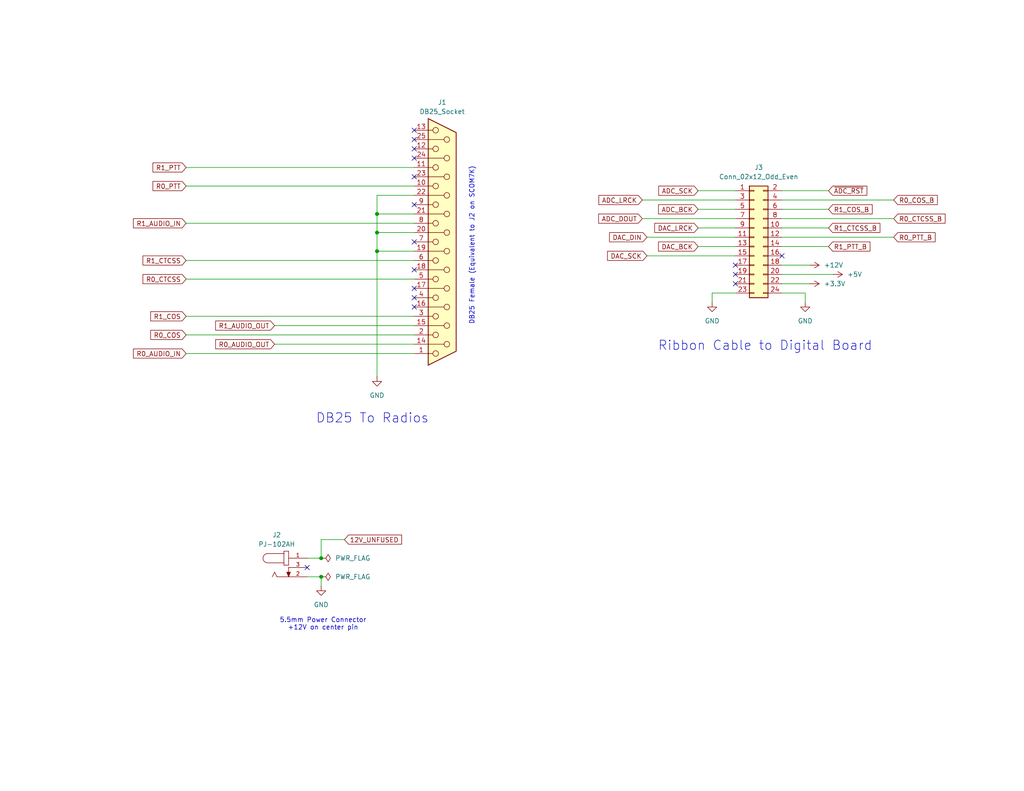
<source format=kicad_sch>
(kicad_sch (version 20250114) (generator "eeschema") (generator_version "9.0")
  (paper "USLetter")
  (title_block (title "COS/CTCSS/PTT Controls (Radio 1)") (date "2025-05-09") (rev "2") (company "Bruce MacKinnon KC1FSZ") (comment 1 "Copyright (C) Bruce MacKinnon, 2025") (comment 2 "NOT FOR COMMERCIAL USE"))
  (lib_symbols
    (symbol "Connector:DB25_Socket" (pin_names (offset 1.016) (hide yes))
      (property "Reference" "J" (at 0 34.29 0))
      (property "Value" "DB25_Socket" (at 0 -34.925 0))
      (symbol "DB25_Socket_0_1"
        (polyline (pts (xy -3.81 33.655) (xy 3.81 29.845) (xy 3.81 -29.845) (xy -3.81 -33.655) (xy -3.81 33.655)) (stroke (width 0.254)) (fill (type background)))
        (polyline (pts (xy -3.81 30.48) (xy -2.54 30.48)))
        (polyline (pts (xy -3.81 27.94) (xy 0.508 27.94)))
        (polyline (pts (xy -3.81 25.4) (xy -2.54 25.4)))
        (polyline (pts (xy -3.81 22.86) (xy 0.508 22.86)))
        (polyline (pts (xy -3.81 20.32) (xy -2.54 20.32)))
        (polyline (pts (xy -3.81 17.78) (xy 0.508 17.78)))
        (polyline (pts (xy -3.81 15.24) (xy -2.54 15.24)))
        (polyline (pts (xy -3.81 12.7) (xy 0.508 12.7)))
        (polyline (pts (xy -3.81 10.16) (xy -2.54 10.16)))
        (polyline (pts (xy -3.81 7.62) (xy 0.508 7.62)))
        (polyline (pts (xy -3.81 5.08) (xy -2.54 5.08)))
        (polyline (pts (xy -3.81 2.54) (xy 0.508 2.54)))
        (polyline (pts (xy -3.81 0) (xy -2.54 0)))
        (polyline (pts (xy -3.81 -2.54) (xy 0.508 -2.54)))
        (polyline (pts (xy -3.81 -5.08) (xy -2.54 -5.08)))
        (polyline (pts (xy -3.81 -7.62) (xy 0.508 -7.62)))
        (polyline (pts (xy -3.81 -10.16) (xy -2.54 -10.16)))
        (polyline (pts (xy -3.81 -12.7) (xy 0.508 -12.7)))
        (polyline (pts (xy -3.81 -15.24) (xy -2.54 -15.24)))
        (polyline (pts (xy -3.81 -17.78) (xy 0.508 -17.78)))
        (polyline (pts (xy -3.81 -20.32) (xy -2.54 -20.32)))
        (polyline (pts (xy -3.81 -22.86) (xy 0.508 -22.86)))
        (polyline (pts (xy -3.81 -25.4) (xy -2.54 -25.4)))
        (polyline (pts (xy -3.81 -27.94) (xy 0.508 -27.94)))
        (polyline (pts (xy -3.81 -30.48) (xy -2.54 -30.48)))
        (circle (center -1.778 30.48) (radius 0.762))
        (circle (center -1.778 25.4) (radius 0.762))
        (circle (center -1.778 20.32) (radius 0.762))
        (circle (center -1.778 15.24) (radius 0.762))
        (circle (center -1.778 10.16) (radius 0.762))
        (circle (center -1.778 5.08) (radius 0.762))
        (circle (center -1.778 0) (radius 0.762))
        (circle (center -1.778 -5.08) (radius 0.762))
        (circle (center -1.778 -10.16) (radius 0.762))
        (circle (center -1.778 -15.24) (radius 0.762))
        (circle (center -1.778 -20.32) (radius 0.762))
        (circle (center -1.778 -25.4) (radius 0.762))
        (circle (center -1.778 -30.48) (radius 0.762))
        (circle (center 1.27 27.94) (radius 0.762))
        (circle (center 1.27 22.86) (radius 0.762))
        (circle (center 1.27 17.78) (radius 0.762))
        (circle (center 1.27 12.7) (radius 0.762))
        (circle (center 1.27 7.62) (radius 0.762))
        (circle (center 1.27 2.54) (radius 0.762))
        (circle (center 1.27 -2.54) (radius 0.762))
        (circle (center 1.27 -7.62) (radius 0.762))
        (circle (center 1.27 -12.7) (radius 0.762))
        (circle (center 1.27 -17.78) (radius 0.762))
        (circle (center 1.27 -22.86) (radius 0.762))
        (circle (center 1.27 -27.94) (radius 0.762))
      )
      (symbol "DB25_Socket_1_1"
        (pin passive line (at -7.62 30.48 0) (length 3.81) (name "1") (number "1"))
        (pin passive line (at -7.62 27.94 0) (length 3.81) (name "P14") (number "14"))
        (pin passive line (at -7.62 25.4 0) (length 3.81) (name "2") (number "2"))
        (pin passive line (at -7.62 22.86 0) (length 3.81) (name "P15") (number "15"))
        (pin passive line (at -7.62 20.32 0) (length 3.81) (name "3") (number "3"))
        (pin passive line (at -7.62 17.78 0) (length 3.81) (name "P16") (number "16"))
        (pin passive line (at -7.62 15.24 0) (length 3.81) (name "4") (number "4"))
        (pin passive line (at -7.62 12.7 0) (length 3.81) (name "P17") (number "17"))
        (pin passive line (at -7.62 10.16 0) (length 3.81) (name "5") (number "5"))
        (pin passive line (at -7.62 7.62 0) (length 3.81) (name "P18") (number "18"))
        (pin passive line (at -7.62 5.08 0) (length 3.81) (name "6") (number "6"))
        (pin passive line (at -7.62 2.54 0) (length 3.81) (name "P19") (number "19"))
        (pin passive line (at -7.62 0 0) (length 3.81) (name "7") (number "7"))
        (pin passive line (at -7.62 -2.54 0) (length 3.81) (name "P20") (number "20"))
        (pin passive line (at -7.62 -5.08 0) (length 3.81) (name "8") (number "8"))
        (pin passive line (at -7.62 -7.62 0) (length 3.81) (name "P21") (number "21"))
        (pin passive line (at -7.62 -10.16 0) (length 3.81) (name "9") (number "9"))
        (pin passive line (at -7.62 -12.7 0) (length 3.81) (name "P22") (number "22"))
        (pin passive line (at -7.62 -15.24 0) (length 3.81) (name "10") (number "10"))
        (pin passive line (at -7.62 -17.78 0) (length 3.81) (name "P23") (number "23"))
        (pin passive line (at -7.62 -20.32 0) (length 3.81) (name "11") (number "11"))
        (pin passive line (at -7.62 -22.86 0) (length 3.81) (name "P24") (number "24"))
        (pin passive line (at -7.62 -25.4 0) (length 3.81) (name "12") (number "12"))
        (pin passive line (at -7.62 -27.94 0) (length 3.81) (name "P25") (number "25"))
        (pin passive line (at -7.62 -30.48 0) (length 3.81) (name "13") (number "13"))
      )
    )
    (symbol "Connector_Generic:Conn_02x12_Odd_Even" (pin_names (offset 1.016) (hide yes))
      (property "Reference" "J" (at 1.27 15.24 0))
      (property "Value" "Conn_02x12_Odd_Even" (at 1.27 -17.78 0))
      (symbol "Conn_02x12_Odd_Even_1_1"
        (rectangle (start -1.27 13.97) (end 3.81 -16.51) (stroke (width 0.254)) (fill (type background)))
        (rectangle (start -1.27 12.827) (end 0 12.573) (stroke (width 0.1524)))
        (rectangle (start -1.27 10.287) (end 0 10.033) (stroke (width 0.1524)))
        (rectangle (start -1.27 7.747) (end 0 7.493) (stroke (width 0.1524)))
        (rectangle (start -1.27 5.207) (end 0 4.953) (stroke (width 0.1524)))
        (rectangle (start -1.27 2.667) (end 0 2.413) (stroke (width 0.1524)))
        (rectangle (start -1.27 0.127) (end 0 -0.127) (stroke (width 0.1524)))
        (rectangle (start -1.27 -2.413) (end 0 -2.667) (stroke (width 0.1524)))
        (rectangle (start -1.27 -4.953) (end 0 -5.207) (stroke (width 0.1524)))
        (rectangle (start -1.27 -7.493) (end 0 -7.747) (stroke (width 0.1524)))
        (rectangle (start -1.27 -10.033) (end 0 -10.287) (stroke (width 0.1524)))
        (rectangle (start -1.27 -12.573) (end 0 -12.827) (stroke (width 0.1524)))
        (rectangle (start -1.27 -15.113) (end 0 -15.367) (stroke (width 0.1524)))
        (rectangle (start 3.81 12.827) (end 2.54 12.573) (stroke (width 0.1524)))
        (rectangle (start 3.81 10.287) (end 2.54 10.033) (stroke (width 0.1524)))
        (rectangle (start 3.81 7.747) (end 2.54 7.493) (stroke (width 0.1524)))
        (rectangle (start 3.81 5.207) (end 2.54 4.953) (stroke (width 0.1524)))
        (rectangle (start 3.81 2.667) (end 2.54 2.413) (stroke (width 0.1524)))
        (rectangle (start 3.81 0.127) (end 2.54 -0.127) (stroke (width 0.1524)))
        (rectangle (start 3.81 -2.413) (end 2.54 -2.667) (stroke (width 0.1524)))
        (rectangle (start 3.81 -4.953) (end 2.54 -5.207) (stroke (width 0.1524)))
        (rectangle (start 3.81 -7.493) (end 2.54 -7.747) (stroke (width 0.1524)))
        (rectangle (start 3.81 -10.033) (end 2.54 -10.287) (stroke (width 0.1524)))
        (rectangle (start 3.81 -12.573) (end 2.54 -12.827) (stroke (width 0.1524)))
        (rectangle (start 3.81 -15.113) (end 2.54 -15.367) (stroke (width 0.1524)))
        (pin passive line (at -5.08 12.7 0) (length 3.81) (name "Pin_1") (number "1"))
        (pin passive line (at -5.08 10.16 0) (length 3.81) (name "Pin_3") (number "3"))
        (pin passive line (at -5.08 7.62 0) (length 3.81) (name "Pin_5") (number "5"))
        (pin passive line (at -5.08 5.08 0) (length 3.81) (name "Pin_7") (number "7"))
        (pin passive line (at -5.08 2.54 0) (length 3.81) (name "Pin_9") (number "9"))
        (pin passive line (at -5.08 0 0) (length 3.81) (name "Pin_11") (number "11"))
        (pin passive line (at -5.08 -2.54 0) (length 3.81) (name "Pin_13") (number "13"))
        (pin passive line (at -5.08 -5.08 0) (length 3.81) (name "Pin_15") (number "15"))
        (pin passive line (at -5.08 -7.62 0) (length 3.81) (name "Pin_17") (number "17"))
        (pin passive line (at -5.08 -10.16 0) (length 3.81) (name "Pin_19") (number "19"))
        (pin passive line (at -5.08 -12.7 0) (length 3.81) (name "Pin_21") (number "21"))
        (pin passive line (at -5.08 -15.24 0) (length 3.81) (name "Pin_23") (number "23"))
        (pin passive line (at 7.62 12.7 180) (length 3.81) (name "Pin_2") (number "2"))
        (pin passive line (at 7.62 10.16 180) (length 3.81) (name "Pin_4") (number "4"))
        (pin passive line (at 7.62 7.62 180) (length 3.81) (name "Pin_6") (number "6"))
        (pin passive line (at 7.62 5.08 180) (length 3.81) (name "Pin_8") (number "8"))
        (pin passive line (at 7.62 2.54 180) (length 3.81) (name "Pin_10") (number "10"))
        (pin passive line (at 7.62 0 180) (length 3.81) (name "Pin_12") (number "12"))
        (pin passive line (at 7.62 -2.54 180) (length 3.81) (name "Pin_14") (number "14"))
        (pin passive line (at 7.62 -5.08 180) (length 3.81) (name "Pin_16") (number "16"))
        (pin passive line (at 7.62 -7.62 180) (length 3.81) (name "Pin_18") (number "18"))
        (pin passive line (at 7.62 -10.16 180) (length 3.81) (name "Pin_20") (number "20"))
        (pin passive line (at 7.62 -12.7 180) (length 3.81) (name "Pin_22") (number "22"))
        (pin passive line (at 7.62 -15.24 180) (length 3.81) (name "Pin_24") (number "24"))
      )
    )
    (symbol "power:+12V" (power) (pin_numbers (hide yes)) (pin_names (offset 0) (hide yes))
      (property "Value" "+12V" (at 0 3.556 0))
      (symbol "+12V_0_1"
        (polyline (pts (xy -0.762 1.27) (xy 0 2.54)))
        (polyline (pts (xy 0 2.54) (xy 0.762 1.27)))
        (polyline (pts (xy 0 0) (xy 0 2.54)))
      )
      (symbol "+12V_1_1"
        (pin power_in line (at 0 0 90) (length 0) (name "~") (number "1"))
      )
    )
    (symbol "power:+3.3V" (power) (pin_numbers (hide yes)) (pin_names (offset 0) (hide yes))
      (property "Value" "+3.3V" (at 0 3.556 0))
      (symbol "+3.3V_0_1"
        (polyline (pts (xy -0.762 1.27) (xy 0 2.54)))
        (polyline (pts (xy 0 2.54) (xy 0.762 1.27)))
        (polyline (pts (xy 0 0) (xy 0 2.54)))
      )
      (symbol "+3.3V_1_1"
        (pin power_in line (at 0 0 90) (length 0) (name "~") (number "1"))
      )
    )
    (symbol "power:+5V" (power) (pin_numbers (hide yes)) (pin_names (offset 0) (hide yes))
      (property "Value" "+5V" (at 0 3.556 0))
      (symbol "+5V_0_1"
        (polyline (pts (xy -0.762 1.27) (xy 0 2.54)))
        (polyline (pts (xy 0 2.54) (xy 0.762 1.27)))
        (polyline (pts (xy 0 0) (xy 0 2.54)))
      )
      (symbol "+5V_1_1"
        (pin power_in line (at 0 0 90) (length 0) (name "~") (number "1"))
      )
    )
    (symbol "power:GND" (power) (pin_numbers (hide yes)) (pin_names (offset 0) (hide yes))
      (property "Value" "GND" (at 0 -3.81 0))
      (symbol "GND_0_1"
        (polyline (pts (xy 0 0) (xy 0 -1.27) (xy 1.27 -1.27) (xy 0 -2.54) (xy -1.27 -1.27) (xy 0 -1.27)))
      )
      (symbol "GND_1_1"
        (pin power_in line (at 0 0 270) (length 0) (name "~") (number "1"))
      )
    )
    (symbol "power:PWR_FLAG" (power) (pin_numbers (hide yes)) (pin_names (offset 0) (hide yes))
      (property "Value" "PWR_FLAG" (at 0 3.81 0))
      (symbol "PWR_FLAG_0_0"
        (pin power_out line (at 0 0 90) (length 0) (name "~") (number "1"))
      )
      (symbol "PWR_FLAG_0_1"
        (polyline (pts (xy 0 0) (xy 0 1.27) (xy -1.016 1.905) (xy 0 2.54) (xy 1.016 1.905) (xy 0 1.27)))
      )
    )
    (symbol "symbol-library-1:Power_5.5mm_PJ-102AH" (pin_names (offset 1.016))
      (property "Reference" "J" (at -7.6258 5.0838 0))
      (property "Value" "PJ-102AH" (at -7.6296 -5.0864 0))
      (symbol "Power_5.5mm_PJ-102AH_0_0"
        (polyline (pts (xy -5.715 3.81) (xy -1.27 3.81)) (stroke (width 0.1524)))
        (arc (start -5.715 1.27) (mid -6.9794 2.54) (end -5.715 3.81) (stroke (width 0.1524)))
        (polyline (pts (xy -3.81 -1.27) (xy -4.445 -2.54)) (stroke (width 0.1524)))
        (polyline (pts (xy -3.175 -2.54) (xy -3.81 -1.27)) (stroke (width 0.1524)))
        (polyline (pts (xy -1.27 4.445) (xy -1.27 3.81)) (stroke (width 0.1524)))
        (polyline (pts (xy -1.27 3.81) (xy -1.27 1.27)) (stroke (width 0.1524)))
        (polyline (pts (xy -1.27 1.27) (xy -5.715 1.27)) (stroke (width 0.1524)))
        (polyline (pts (xy -1.27 1.27) (xy -1.27 0.635)) (stroke (width 0.1524)))
        (polyline (pts (xy -1.27 0.635) (xy 0 0.635)) (stroke (width 0.1524)))
        (polyline (pts (xy 0 4.445) (xy -1.27 4.445)) (stroke (width 0.1524)))
        (polyline (pts (xy 0 0.635) (xy 0 4.445)) (stroke (width 0.1524)))
        (polyline (pts (xy 0 0) (xy 0 -2.54)) (stroke (width 0.1524)))
        (polyline (pts (xy 0 -2.54) (xy -3.175 -2.54)) (stroke (width 0.1524)))
        (polyline (pts (xy 0 -2.54) (xy -0.508 -1.27) (xy 0.508 -1.27) (xy 0 -2.54)) (stroke (width 0.1524)) (fill (type outline)))
        (pin passive line (at 5.08 2.54 180) (length 5.08) (name "~") (number "1"))
        (pin passive line (at 5.08 0 180) (length 5.08) (name "~") (number "3"))
        (pin passive line (at 5.08 -2.54 180) (length 5.08) (name "~") (number "2"))
      )
    )
  )
  (text "Ribbon Cable to Digital Board" (at 208.788 94.488 0) (effects (font (size 2.54 2.54))))
  (text "5.5mm Power Connector\n+12V on center pin" (at 88.138 170.434 0) (effects (font (size 1.27 1.27))))
  (text "DB25 Female (Equivalent to J2 on SCOM7K)" (at 128.778 67.056 90) (effects (font (size 1.27 1.27))))
  (text "DB25 To Radios" (at 101.6 114.3 0) (effects (font (size 2.54 2.54))))
  (junction (at 87.63 152.4))
  (junction (at 87.63 157.48))
  (junction (at 102.87 58.42))
  (junction (at 102.87 63.5))
  (junction (at 102.87 68.58))
  (no_connect (at 113.03 83.82))
  (no_connect (at 113.03 78.74))
  (no_connect (at 200.66 77.47))
  (no_connect (at 113.03 43.18))
  (no_connect (at 113.03 48.26))
  (no_connect (at 200.66 74.93))
  (no_connect (at 113.03 66.04))
  (no_connect (at 113.03 81.28))
  (no_connect (at 113.03 55.88))
  (no_connect (at 113.03 38.1))
  (no_connect (at 113.03 73.66))
  (no_connect (at 200.66 72.39))
  (no_connect (at 213.36 69.85))
  (no_connect (at 83.82 154.94))
  (no_connect (at 113.03 35.56))
  (no_connect (at 113.03 40.64))
  (wire (pts (xy 50.8 91.44) (xy 113.03 91.44)))
  (wire (pts (xy 213.36 67.31) (xy 226.06 67.31)))
  (wire (pts (xy 213.36 64.77) (xy 243.84 64.77)))
  (wire (pts (xy 50.8 50.8) (xy 113.03 50.8)))
  (wire (pts (xy 102.87 58.42) (xy 113.03 58.42)))
  (wire (pts (xy 175.26 59.69) (xy 200.66 59.69)))
  (wire (pts (xy 50.8 71.12) (xy 113.03 71.12)))
  (wire (pts (xy 102.87 63.5) (xy 113.03 63.5)))
  (wire (pts (xy 102.87 53.34) (xy 102.87 58.42)))
  (wire (pts (xy 190.5 52.07) (xy 200.66 52.07)))
  (wire (pts (xy 74.93 88.9) (xy 113.03 88.9)))
  (wire (pts (xy 213.36 80.01) (xy 219.71 80.01)))
  (wire (pts (xy 190.5 57.15) (xy 200.66 57.15)))
  (wire (pts (xy 102.87 68.58) (xy 102.87 102.87)))
  (wire (pts (xy 213.36 57.15) (xy 226.06 57.15)))
  (wire (pts (xy 87.63 147.32) (xy 87.63 152.4)))
  (wire (pts (xy 87.63 147.32) (xy 93.98 147.32)))
  (wire (pts (xy 219.71 80.01) (xy 219.71 82.55)))
  (wire (pts (xy 176.53 69.85) (xy 200.66 69.85)))
  (wire (pts (xy 50.8 86.36) (xy 113.03 86.36)))
  (wire (pts (xy 175.26 54.61) (xy 200.66 54.61)))
  (wire (pts (xy 213.36 77.47) (xy 220.98 77.47)))
  (wire (pts (xy 50.8 45.72) (xy 113.03 45.72)))
  (wire (pts (xy 83.82 152.4) (xy 87.63 152.4)))
  (wire (pts (xy 74.93 93.98) (xy 113.03 93.98)))
  (wire (pts (xy 83.82 157.48) (xy 87.63 157.48)))
  (wire (pts (xy 50.8 96.52) (xy 113.03 96.52)))
  (wire (pts (xy 194.31 80.01) (xy 200.66 80.01)))
  (wire (pts (xy 102.87 58.42) (xy 102.87 63.5)))
  (wire (pts (xy 190.5 62.23) (xy 200.66 62.23)))
  (wire (pts (xy 102.87 63.5) (xy 102.87 68.58)))
  (wire (pts (xy 213.36 54.61) (xy 243.84 54.61)))
  (wire (pts (xy 213.36 52.07) (xy 226.06 52.07)))
  (wire (pts (xy 50.8 76.2) (xy 113.03 76.2)))
  (wire (pts (xy 102.87 68.58) (xy 113.03 68.58)))
  (wire (pts (xy 113.03 53.34) (xy 102.87 53.34)))
  (wire (pts (xy 213.36 62.23) (xy 226.06 62.23)))
  (wire (pts (xy 194.31 80.01) (xy 194.31 82.55)))
  (wire (pts (xy 190.5 67.31) (xy 200.66 67.31)))
  (wire (pts (xy 213.36 74.93) (xy 227.33 74.93)))
  (wire (pts (xy 87.63 157.48) (xy 87.63 160.02)))
  (wire (pts (xy 176.53 64.77) (xy 200.66 64.77)))
  (wire (pts (xy 213.36 59.69) (xy 243.84 59.69)))
  (wire (pts (xy 50.8 60.96) (xy 113.03 60.96)))
  (wire (pts (xy 213.36 72.39) (xy 220.98 72.39)))
  (global_label "R1_CTCSS" (shape input) (at 50.8 71.12 180) (property "Intersheetrefs" "${INTERSHEET_REFS}" (effects (hide yes))))
  (global_label "DAC_BCK" (shape input) (at 190.5 67.31 180) (property "Intersheetrefs" "${INTERSHEET_REFS}" (effects (hide yes))))
  (global_label "R1_AUDIO_OUT" (shape input) (at 74.93 88.9 180) (property "Intersheetrefs" "${INTERSHEET_REFS}" (effects (hide yes))))
  (global_label "R0_CTCSS" (shape input) (at 50.8 76.2 180) (property "Intersheetrefs" "${INTERSHEET_REFS}" (effects (hide yes))))
  (global_label "ADC_DOUT" (shape input) (at 175.26 59.69 180) (property "Intersheetrefs" "${INTERSHEET_REFS}" (effects (hide yes))))
  (global_label "R0_PTT_B" (shape input) (at 243.84 64.77 0) (property "Intersheetrefs" "${INTERSHEET_REFS}" (effects (hide yes))))
  (global_label "R0_AUDIO_IN" (shape input) (at 50.8 96.52 180) (property "Intersheetrefs" "${INTERSHEET_REFS}" (effects (hide yes))))
  (global_label "R0_COS_B" (shape input) (at 243.84 54.61 0) (property "Intersheetrefs" "${INTERSHEET_REFS}" (effects (hide yes))))
  (global_label "R1_COS_B" (shape input) (at 226.06 57.15 0) (property "Intersheetrefs" "${INTERSHEET_REFS}" (effects (hide yes))))
  (global_label "R1_PTT_B" (shape input) (at 226.06 67.31 0) (property "Intersheetrefs" "${INTERSHEET_REFS}" (effects (hide yes))))
  (global_label "~{ADC_RST}" (shape input) (at 226.06 52.07 0) (property "Intersheetrefs" "${INTERSHEET_REFS}" (effects (hide yes))))
  (global_label "R0_PTT" (shape input) (at 50.8 50.8 180) (property "Intersheetrefs" "${INTERSHEET_REFS}" (effects (hide yes))))
  (global_label "R1_COS" (shape input) (at 50.8 86.36 180) (property "Intersheetrefs" "${INTERSHEET_REFS}" (effects (hide yes))))
  (global_label "R0_AUDIO_OUT" (shape input) (at 74.93 93.98 180) (property "Intersheetrefs" "${INTERSHEET_REFS}" (effects (hide yes))))
  (global_label "DAC_DIN" (shape input) (at 176.53 64.77 180) (property "Intersheetrefs" "${INTERSHEET_REFS}" (effects (hide yes))))
  (global_label "R1_CTCSS_B" (shape input) (at 226.06 62.23 0) (property "Intersheetrefs" "${INTERSHEET_REFS}" (effects (hide yes))))
  (global_label "DAC_SCK" (shape input) (at 176.53 69.85 180) (property "Intersheetrefs" "${INTERSHEET_REFS}" (effects (hide yes))))
  (global_label "ADC_BCK" (shape input) (at 190.5 57.15 180) (property "Intersheetrefs" "${INTERSHEET_REFS}" (effects (hide yes))))
  (global_label "R1_PTT" (shape input) (at 50.8 45.72 180) (property "Intersheetrefs" "${INTERSHEET_REFS}" (effects (hide yes))))
  (global_label "12V_UNFUSED" (shape input) (at 93.98 147.32 0) (property "Intersheetrefs" "${INTERSHEET_REFS}" (effects (hide yes))))
  (global_label "R0_COS" (shape input) (at 50.8 91.44 180) (property "Intersheetrefs" "${INTERSHEET_REFS}" (effects (hide yes))))
  (global_label "ADC_SCK" (shape input) (at 190.5 52.07 180) (property "Intersheetrefs" "${INTERSHEET_REFS}" (effects (hide yes))))
  (global_label "R0_CTCSS_B" (shape input) (at 243.84 59.69 0) (property "Intersheetrefs" "${INTERSHEET_REFS}" (effects (hide yes))))
  (global_label "ADC_LRCK" (shape input) (at 175.26 54.61 180) (property "Intersheetrefs" "${INTERSHEET_REFS}" (effects (hide yes))))
  (global_label "DAC_LRCK" (shape input) (at 190.5 62.23 180) (property "Intersheetrefs" "${INTERSHEET_REFS}" (effects (hide yes))))
  (global_label "R1_AUDIO_IN" (shape input) (at 50.8 60.96 180) (property "Intersheetrefs" "${INTERSHEET_REFS}" (effects (hide yes))))
  (symbol (lib_id "symbol-library-1:Power_5.5mm_PJ-102AH") (at 78.74 154.94 0) (unit 1)
    (property "Reference" "J2" (at 75.5043 146.05 0))
    (property "Value" "PJ-102AH" (at 75.5043 148.59 0))
    (property "Footprint" "bruce-footprints:Power_5.5mm_CUI_PJ-102AH" (effects (hide yes)))
    (property "MF" "CUI Devices" (effects (hide yes)))
    (property "Purchase-URL" "https://pricing.snapeda.com/search/part/PJ-102AH/?ref=eda" (effects (hide yes)))
    (property "Package" "None" (effects (hide yes)))
    (property "Price" "None" (effects (hide yes)))
    (property "CUI_purchase_URL" "https://www.cuidevices.com/product/interconnect/connectors/dc-power-connectors/jacks/pj-102ah?utm_source=snapeda.com&utm_medium=referral&utm_campaign=snapedaBOM" (effects (hide yes)))
    (property "MP" "PJ-102AH" (effects (hide yes)))
    (property "Availability" "In Stock" (effects (hide yes)))
    (property "Description_1" "2.0 x 6.5 mm, 5.0 A, Horizontal, Through Hole, Tapered Pins, Dc Power Jack Connector" (effects (hide yes)))
  )
  (symbol (lib_id "power:GND") (at 219.71 82.55 0) (unit 1)
    (property "Reference" "#PWR076" (effects (hide yes)))
    (property "Value" "GND" (at 219.71 87.63 0))
    (property "Description" "Power symbol creates a global label with name \"GND\" , ground" (effects (hide yes)))
  )
  (symbol (lib_id "power:+3.3V") (at 220.98 77.47 270) (unit 1)
    (property "Reference" "#PWR080" (effects (hide yes)))
    (property "Value" "+3.3V" (at 224.79 77.4699 90) (effects (justify left)))
    (property "Description" "Power symbol creates a global label with name \"+3.3V\"" (effects (hide yes)))
  )
  (symbol (lib_id "power:PWR_FLAG") (at 87.63 152.4 270) (unit 1)
    (property "Reference" "#FLG01" (effects (hide yes)))
    (property "Value" "PWR_FLAG" (at 91.44 152.3999 90) (effects (justify left)))
    (property "Description" "Special symbol for telling ERC where power comes from" (effects (hide yes)))
  )
  (symbol (lib_id "power:+12V") (at 220.98 72.39 270) (unit 1)
    (property "Reference" "#PWR079" (effects (hide yes)))
    (property "Value" "+12V" (at 224.79 72.3899 90) (effects (justify left)))
    (property "Description" "Power symbol creates a global label with name \"+12V\"" (effects (hide yes)))
  )
  (symbol (lib_id "Connector_Generic:Conn_02x12_Odd_Even") (at 205.74 64.77 0) (unit 1)
    (property "Reference" "J3" (at 207.01 45.72 0))
    (property "Value" "Conn_02x12_Odd_Even" (at 207.01 48.26 0))
    (property "Footprint" "Connector_PinHeader_2.54mm:PinHeader_2x12_P2.54mm_Vertical" (effects (hide yes)))
    (property "Description" "Generic connector, double row, 02x12, odd/even pin numbering scheme (row 1 odd numbers, row 2 even numbers), script generated (kicad-library-utils/schlib/autogen/connector/)" (effects (hide yes)))
  )
  (symbol (lib_id "power:GND") (at 102.87 102.87 0) (unit 1)
    (property "Reference" "#PWR01" (effects (hide yes)))
    (property "Value" "GND" (at 102.87 107.95 0))
    (property "Description" "Power symbol creates a global label with name \"GND\" , ground" (effects (hide yes)))
  )
  (symbol (lib_id "power:GND") (at 87.63 160.02 0) (unit 1)
    (property "Reference" "#PWR03" (effects (hide yes)))
    (property "Value" "GND" (at 87.63 165.1 0))
    (property "Description" "Power symbol creates a global label with name \"GND\" , ground" (effects (hide yes)))
  )
  (symbol (lib_id "power:+5V") (at 227.33 74.93 270) (unit 1)
    (property "Reference" "#PWR078" (effects (hide yes)))
    (property "Value" "+5V" (at 231.14 74.9299 90) (effects (justify left)))
    (property "Description" "Power symbol creates a global label with name \"+5V\"" (effects (hide yes)))
  )
  (symbol (lib_id "Connector:DB25_Socket") (at 120.65 66.04 0) (mirror x) (unit 1)
    (property "Reference" "J1" (at 120.65 27.94 0))
    (property "Value" "DB25_Socket" (at 120.65 30.48 0))
    (property "Footprint" "bruce-footprints:AMPHENOL_L77SDB25SA4CH4F" (effects (hide yes)))
    (property "Description" "25-pin D-SUB connector, socket (female)" (effects (hide yes)))
  )
  (symbol (lib_id "power:PWR_FLAG") (at 87.63 157.48 270) (unit 1)
    (property "Reference" "#FLG02" (effects (hide yes)))
    (property "Value" "PWR_FLAG" (at 91.44 157.4799 90) (effects (justify left)))
    (property "Description" "Special symbol for telling ERC where power comes from" (effects (hide yes)))
  )
  (symbol (lib_id "power:GND") (at 194.31 82.55 0) (unit 1)
    (property "Reference" "#PWR077" (effects (hide yes)))
    (property "Value" "GND" (at 194.31 87.63 0))
    (property "Description" "Power symbol creates a global label with name \"GND\" , ground" (effects (hide yes)))
  )
)
</source>
